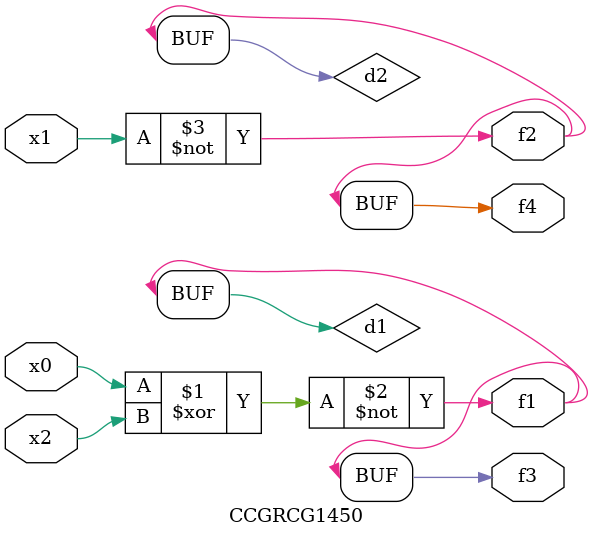
<source format=v>
module CCGRCG1450(
	input x0, x1, x2,
	output f1, f2, f3, f4
);

	wire d1, d2, d3;

	xnor (d1, x0, x2);
	nand (d2, x1);
	nor (d3, x1, x2);
	assign f1 = d1;
	assign f2 = d2;
	assign f3 = d1;
	assign f4 = d2;
endmodule

</source>
